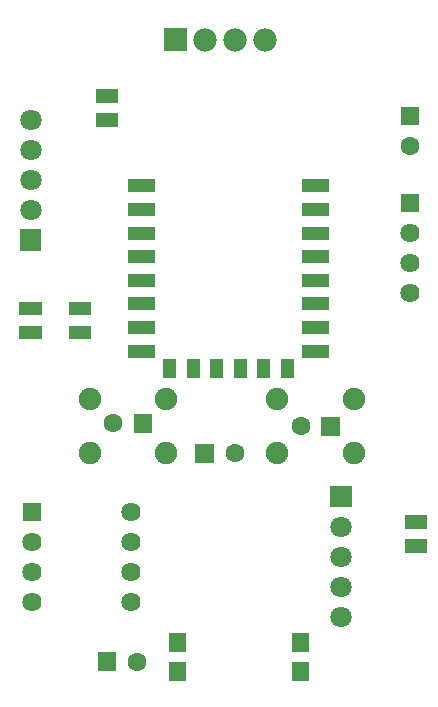
<source format=gbs>
G04 Layer: BottomSolderMaskLayer*
G04 EasyEDA v6.5.3, 2022-04-03 23:40:25*
G04 a321ff13c4ce4c21ba8c8ab1f3bc68dd,81413e43fb254311a4bdf48f3ba91f1a,10*
G04 Gerber Generator version 0.2*
G04 Scale: 100 percent, Rotated: No, Reflected: No *
G04 Dimensions in millimeters *
G04 leading zeros omitted , absolute positions ,4 integer and 5 decimal *
%FSLAX45Y45*%
%MOMM*%

%ADD32R,1.6256X1.6256*%
%ADD33C,1.6256*%
%ADD34C,1.6002*%
%ADD35R,1.6002X1.6002*%
%ADD37C,1.8016*%
%ADD39C,1.9016*%
%ADD43C,1.9812*%

%LPD*%
G36*
X4094225Y8667495D02*
G01*
X4094225Y8781542D01*
X4287774Y8781542D01*
X4287774Y8667495D01*
G37*
G36*
X4094225Y8871458D02*
G01*
X4094225Y8985504D01*
X4287774Y8985504D01*
X4287774Y8871458D01*
G37*
G36*
X1249426Y10477245D02*
G01*
X1249426Y10591292D01*
X1442973Y10591292D01*
X1442973Y10477245D01*
G37*
G36*
X1249426Y10681208D02*
G01*
X1249426Y10795254D01*
X1442973Y10795254D01*
X1442973Y10681208D01*
G37*
G36*
X830326Y10477245D02*
G01*
X830326Y10591292D01*
X1023873Y10591292D01*
X1023873Y10477245D01*
G37*
G36*
X830326Y10681208D02*
G01*
X830326Y10795254D01*
X1023873Y10795254D01*
X1023873Y10681208D01*
G37*
G36*
X1478026Y12274295D02*
G01*
X1478026Y12388342D01*
X1671573Y12388342D01*
X1671573Y12274295D01*
G37*
G36*
X1478026Y12478258D02*
G01*
X1478026Y12592304D01*
X1671573Y12592304D01*
X1671573Y12478258D01*
G37*
D32*
G01*
X939800Y9017000D03*
D33*
G01*
X939800Y8763000D03*
G01*
X939800Y8509000D03*
G01*
X939800Y8255000D03*
D34*
G01*
X3213100Y9740900D03*
G36*
X3387090Y9660889D02*
G01*
X3387090Y9820910D01*
X3547109Y9820910D01*
X3547109Y9660889D01*
G37*
G36*
X836929Y11225529D02*
G01*
X836929Y11405870D01*
X1017270Y11405870D01*
X1017270Y11225529D01*
G37*
D37*
G01*
X927100Y11569700D03*
G01*
X927100Y11823700D03*
G01*
X927100Y12077700D03*
G01*
X927100Y12331700D03*
G36*
X3227577Y11720321D02*
G01*
X3227577Y11830558D01*
X3457702Y11830558D01*
X3457702Y11720321D01*
G37*
G36*
X3227577Y11519662D02*
G01*
X3227577Y11629897D01*
X3457702Y11629897D01*
X3457702Y11519662D01*
G37*
G36*
X3227577Y11319002D02*
G01*
X3227577Y11429237D01*
X3457702Y11429237D01*
X3457702Y11319002D01*
G37*
G36*
X3227577Y11118342D02*
G01*
X3227577Y11228578D01*
X3457702Y11228578D01*
X3457702Y11118342D01*
G37*
G36*
X3227577Y10920221D02*
G01*
X3227577Y11030458D01*
X3457702Y11030458D01*
X3457702Y10920221D01*
G37*
G36*
X3227577Y10719562D02*
G01*
X3227577Y10829797D01*
X3457702Y10829797D01*
X3457702Y10719562D01*
G37*
G36*
X3227577Y10518902D02*
G01*
X3227577Y10629137D01*
X3457702Y10629137D01*
X3457702Y10518902D01*
G37*
G36*
X3227577Y10318242D02*
G01*
X3227577Y10428478D01*
X3457702Y10428478D01*
X3457702Y10318242D01*
G37*
G36*
X3048761Y10148315D02*
G01*
X3048761Y10308589D01*
X3158997Y10308589D01*
X3158997Y10148315D01*
G37*
G36*
X2848102Y10148315D02*
G01*
X2848102Y10308589D01*
X2958338Y10308589D01*
X2958338Y10148315D01*
G37*
G36*
X2647441Y10148315D02*
G01*
X2647441Y10308589D01*
X2757677Y10308589D01*
X2757677Y10148315D01*
G37*
G36*
X2449322Y10148315D02*
G01*
X2449322Y10308589D01*
X2559558Y10308589D01*
X2559558Y10148315D01*
G37*
G36*
X2248661Y10148315D02*
G01*
X2248661Y10308589D01*
X2358897Y10308589D01*
X2358897Y10148315D01*
G37*
G36*
X2048002Y10148315D02*
G01*
X2048002Y10308589D01*
X2158238Y10308589D01*
X2158238Y10148315D01*
G37*
G36*
X1749297Y10318242D02*
G01*
X1749297Y10428478D01*
X1979422Y10428478D01*
X1979422Y10318242D01*
G37*
G36*
X1749297Y10518902D02*
G01*
X1749297Y10629137D01*
X1979422Y10629137D01*
X1979422Y10518902D01*
G37*
G36*
X1749297Y10719562D02*
G01*
X1749297Y10829797D01*
X1979422Y10829797D01*
X1979422Y10719562D01*
G37*
G36*
X1749297Y10920221D02*
G01*
X1749297Y11030458D01*
X1979422Y11030458D01*
X1979422Y10920221D01*
G37*
G36*
X1749297Y11118342D02*
G01*
X1749297Y11228578D01*
X1979422Y11228578D01*
X1979422Y11118342D01*
G37*
G36*
X1749297Y11319002D02*
G01*
X1749297Y11429237D01*
X1979422Y11429237D01*
X1979422Y11319002D01*
G37*
G36*
X1749297Y11519662D02*
G01*
X1749297Y11629897D01*
X1979422Y11629897D01*
X1979422Y11519662D01*
G37*
G36*
X1749297Y11720321D02*
G01*
X1749297Y11830558D01*
X1979422Y11830558D01*
X1979422Y11720321D01*
G37*
D34*
G01*
X1828825Y7747000D03*
G36*
X1494789Y7666989D02*
G01*
X1494789Y7827010D01*
X1654810Y7827010D01*
X1654810Y7666989D01*
G37*
G36*
X3465829Y9053829D02*
G01*
X3465829Y9234170D01*
X3646170Y9234170D01*
X3646170Y9053829D01*
G37*
D37*
G01*
X3556000Y8890000D03*
G01*
X3556000Y8636000D03*
G01*
X3556000Y8382000D03*
G01*
X3556000Y8128000D03*
D33*
G01*
X1778000Y9017000D03*
G01*
X1778000Y8763000D03*
G01*
X1778000Y8509000D03*
G01*
X1778000Y8255000D03*
D34*
G01*
X1625600Y9766300D03*
G36*
X1799589Y9686289D02*
G01*
X1799589Y9846310D01*
X1959609Y9846310D01*
X1959609Y9686289D01*
G37*
G36*
X2098802Y7584947D02*
G01*
X2098802Y7745221D01*
X2244852Y7745221D01*
X2244852Y7584947D01*
G37*
G36*
X2098802Y7824978D02*
G01*
X2098802Y7985252D01*
X2244852Y7985252D01*
X2244852Y7824978D01*
G37*
G36*
X3140202Y7584947D02*
G01*
X3140202Y7745221D01*
X3286252Y7745221D01*
X3286252Y7584947D01*
G37*
G36*
X3140202Y7824978D02*
G01*
X3140202Y7985252D01*
X3286252Y7985252D01*
X3286252Y7824978D01*
G37*
D32*
G01*
X4140200Y11633200D03*
D33*
G01*
X4140200Y11379200D03*
G01*
X4140200Y11125200D03*
G01*
X4140200Y10871200D03*
D34*
G01*
X4140200Y12115800D03*
D35*
G01*
X4140200Y12369800D03*
D34*
G01*
X2654300Y9512300D03*
G36*
X2320290Y9432289D02*
G01*
X2320290Y9592310D01*
X2480309Y9592310D01*
X2480309Y9432289D01*
G37*
D39*
G01*
X3014979Y9965944D03*
G01*
X3014979Y9515855D03*
G01*
X3665220Y9965944D03*
G01*
X3665220Y9515855D03*
G36*
X2054097Y12912344D02*
G01*
X2054097Y13110463D01*
X2252218Y13110463D01*
X2252218Y12912344D01*
G37*
D43*
G01*
X2407107Y13011378D03*
G01*
X2661107Y13011378D03*
G01*
X2915107Y13011378D03*
D39*
G01*
X1427479Y9965944D03*
G01*
X1427479Y9515855D03*
G01*
X2077720Y9965944D03*
G01*
X2077720Y9515855D03*
M02*

</source>
